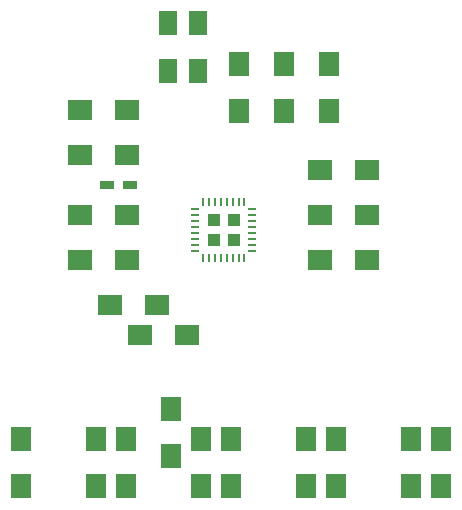
<source format=gtp>
%TF.GenerationSoftware,KiCad,Pcbnew,4.0.4+e1-6308~48~ubuntu16.04.1-stable*%
%TF.CreationDate,2016-10-26T09:05:21-07:00*%
%TF.ProjectId,CY8CMBR2010,435938434D4252323031302E6B696361,rev?*%
%TF.FileFunction,Paste,Top*%
%FSLAX46Y46*%
G04 Gerber Fmt 4.6, Leading zero omitted, Abs format (unit mm)*
G04 Created by KiCad (PCBNEW 4.0.4+e1-6308~48~ubuntu16.04.1-stable) date Wed Oct 26 09:05:21 2016*
%MOMM*%
%LPD*%
G01*
G04 APERTURE LIST*
%ADD10C,0.050000*%
%ADD11R,1.700000X2.000000*%
%ADD12R,1.600000X2.000000*%
%ADD13R,1.200000X0.750000*%
%ADD14R,2.000000X1.700000*%
%ADD15R,0.700000X0.250000*%
%ADD16R,0.250000X0.700000*%
%ADD17R,1.035000X1.035000*%
G04 APERTURE END LIST*
D10*
D11*
X142875000Y-114395000D03*
X142875000Y-110395000D03*
D12*
X119761000Y-79216000D03*
X119761000Y-75216000D03*
D13*
X116520000Y-88900000D03*
X114620000Y-88900000D03*
D14*
X112300000Y-95250000D03*
X116300000Y-95250000D03*
X112300000Y-91440000D03*
X116300000Y-91440000D03*
X112300000Y-86360000D03*
X116300000Y-86360000D03*
X112300000Y-82550000D03*
X116300000Y-82550000D03*
D11*
X125730000Y-78645000D03*
X125730000Y-82645000D03*
X129540000Y-78645000D03*
X129540000Y-82645000D03*
X133350000Y-78645000D03*
X133350000Y-82645000D03*
D14*
X136620000Y-87630000D03*
X132620000Y-87630000D03*
X136620000Y-91440000D03*
X132620000Y-91440000D03*
X136620000Y-95250000D03*
X132620000Y-95250000D03*
D11*
X116205000Y-114395000D03*
X116205000Y-110395000D03*
X120015000Y-111855000D03*
X120015000Y-107855000D03*
X122555000Y-114395000D03*
X122555000Y-110395000D03*
X131445000Y-114395000D03*
X131445000Y-110395000D03*
X125095000Y-110395000D03*
X125095000Y-114395000D03*
D14*
X114840000Y-99060000D03*
X118840000Y-99060000D03*
X117380000Y-101600000D03*
X121380000Y-101600000D03*
D11*
X140335000Y-114395000D03*
X140335000Y-110395000D03*
X133985000Y-114395000D03*
X133985000Y-110395000D03*
X113665000Y-114395000D03*
X113665000Y-110395000D03*
X107315000Y-110395000D03*
X107315000Y-114395000D03*
D12*
X122301000Y-79216000D03*
X122301000Y-75216000D03*
D15*
X122080000Y-90960000D03*
X122080000Y-91460000D03*
X122080000Y-91960000D03*
X122080000Y-92460000D03*
X122080000Y-92960000D03*
X122080000Y-93460000D03*
X122080000Y-93960000D03*
X122080000Y-94460000D03*
D16*
X122730000Y-95110000D03*
X123230000Y-95110000D03*
X123730000Y-95110000D03*
X124230000Y-95110000D03*
X124730000Y-95110000D03*
X125230000Y-95110000D03*
X125730000Y-95110000D03*
X126230000Y-95110000D03*
D15*
X126880000Y-94460000D03*
X126880000Y-93960000D03*
X126880000Y-93460000D03*
X126880000Y-92960000D03*
X126880000Y-92460000D03*
X126880000Y-91960000D03*
X126880000Y-91460000D03*
X126880000Y-90960000D03*
D16*
X126230000Y-90310000D03*
X125730000Y-90310000D03*
X125230000Y-90310000D03*
X124730000Y-90310000D03*
X124230000Y-90310000D03*
X123730000Y-90310000D03*
X123230000Y-90310000D03*
X122730000Y-90310000D03*
D17*
X125342500Y-93572500D03*
X125342500Y-91847500D03*
X123617500Y-93572500D03*
X123617500Y-91847500D03*
M02*

</source>
